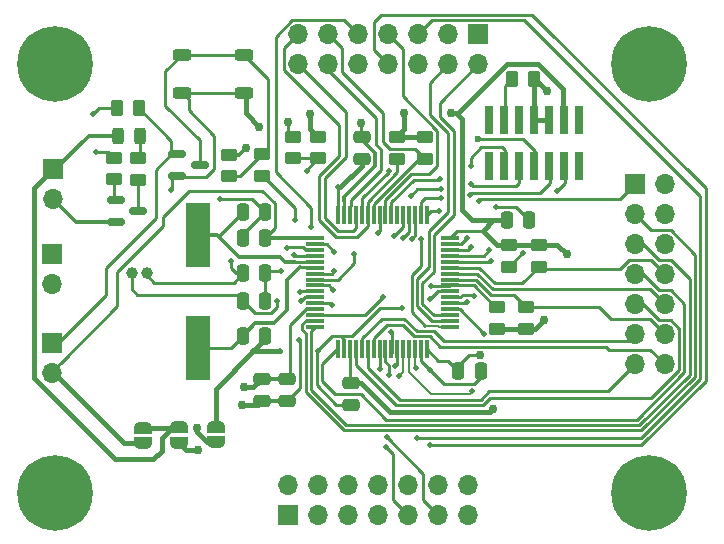
<source format=gbr>
%TF.GenerationSoftware,KiCad,Pcbnew,8.0.5*%
%TF.CreationDate,2024-12-07T09:48:31-05:00*%
%TF.ProjectId,stm32_lqfp64_test_board,73746d33-325f-46c7-9166-7036345f7465,1.1*%
%TF.SameCoordinates,Original*%
%TF.FileFunction,Copper,L1,Top*%
%TF.FilePolarity,Positive*%
%FSLAX46Y46*%
G04 Gerber Fmt 4.6, Leading zero omitted, Abs format (unit mm)*
G04 Created by KiCad (PCBNEW 8.0.5) date 2024-12-07 09:48:31*
%MOMM*%
%LPD*%
G01*
G04 APERTURE LIST*
G04 Aperture macros list*
%AMRoundRect*
0 Rectangle with rounded corners*
0 $1 Rounding radius*
0 $2 $3 $4 $5 $6 $7 $8 $9 X,Y pos of 4 corners*
0 Add a 4 corners polygon primitive as box body*
4,1,4,$2,$3,$4,$5,$6,$7,$8,$9,$2,$3,0*
0 Add four circle primitives for the rounded corners*
1,1,$1+$1,$2,$3*
1,1,$1+$1,$4,$5*
1,1,$1+$1,$6,$7*
1,1,$1+$1,$8,$9*
0 Add four rect primitives between the rounded corners*
20,1,$1+$1,$2,$3,$4,$5,0*
20,1,$1+$1,$4,$5,$6,$7,0*
20,1,$1+$1,$6,$7,$8,$9,0*
20,1,$1+$1,$8,$9,$2,$3,0*%
%AMFreePoly0*
4,1,19,0.500000,-0.750000,0.000000,-0.750000,0.000000,-0.744911,-0.071157,-0.744911,-0.207708,-0.704816,-0.327430,-0.627875,-0.420627,-0.520320,-0.479746,-0.390866,-0.500000,-0.250000,-0.500000,0.250000,-0.479746,0.390866,-0.420627,0.520320,-0.327430,0.627875,-0.207708,0.704816,-0.071157,0.744911,0.000000,0.744911,0.000000,0.750000,0.500000,0.750000,0.500000,-0.750000,0.500000,-0.750000,
$1*%
%AMFreePoly1*
4,1,19,0.000000,0.744911,0.071157,0.744911,0.207708,0.704816,0.327430,0.627875,0.420627,0.520320,0.479746,0.390866,0.500000,0.250000,0.500000,-0.250000,0.479746,-0.390866,0.420627,-0.520320,0.327430,-0.627875,0.207708,-0.704816,0.071157,-0.744911,0.000000,-0.744911,0.000000,-0.750000,-0.500000,-0.750000,-0.500000,0.750000,0.000000,0.750000,0.000000,0.744911,0.000000,0.744911,
$1*%
G04 Aperture macros list end*
%TA.AperFunction,SMDPad,CuDef*%
%ADD10RoundRect,0.250000X-0.450000X0.262500X-0.450000X-0.262500X0.450000X-0.262500X0.450000X0.262500X0*%
%TD*%
%TA.AperFunction,SMDPad,CuDef*%
%ADD11RoundRect,0.250000X0.262500X0.450000X-0.262500X0.450000X-0.262500X-0.450000X0.262500X-0.450000X0*%
%TD*%
%TA.AperFunction,SMDPad,CuDef*%
%ADD12RoundRect,0.250000X-0.250000X-0.475000X0.250000X-0.475000X0.250000X0.475000X-0.250000X0.475000X0*%
%TD*%
%TA.AperFunction,ComponentPad*%
%ADD13C,3.600000*%
%TD*%
%TA.AperFunction,ConnectorPad*%
%ADD14C,6.400000*%
%TD*%
%TA.AperFunction,SMDPad,CuDef*%
%ADD15RoundRect,0.150000X-0.587500X-0.150000X0.587500X-0.150000X0.587500X0.150000X-0.587500X0.150000X0*%
%TD*%
%TA.AperFunction,SMDPad,CuDef*%
%ADD16RoundRect,0.250000X-0.475000X0.250000X-0.475000X-0.250000X0.475000X-0.250000X0.475000X0.250000X0*%
%TD*%
%TA.AperFunction,ComponentPad*%
%ADD17R,1.700000X1.700000*%
%TD*%
%TA.AperFunction,ComponentPad*%
%ADD18O,1.700000X1.700000*%
%TD*%
%TA.AperFunction,SMDPad,CuDef*%
%ADD19RoundRect,0.075000X-0.700000X-0.075000X0.700000X-0.075000X0.700000X0.075000X-0.700000X0.075000X0*%
%TD*%
%TA.AperFunction,SMDPad,CuDef*%
%ADD20RoundRect,0.075000X-0.075000X-0.700000X0.075000X-0.700000X0.075000X0.700000X-0.075000X0.700000X0*%
%TD*%
%TA.AperFunction,SMDPad,CuDef*%
%ADD21R,0.740000X2.400000*%
%TD*%
%TA.AperFunction,SMDPad,CuDef*%
%ADD22RoundRect,0.250000X0.450000X-0.262500X0.450000X0.262500X-0.450000X0.262500X-0.450000X-0.262500X0*%
%TD*%
%TA.AperFunction,SMDPad,CuDef*%
%ADD23R,2.000000X5.500000*%
%TD*%
%TA.AperFunction,SMDPad,CuDef*%
%ADD24FreePoly0,90.000000*%
%TD*%
%TA.AperFunction,SMDPad,CuDef*%
%ADD25FreePoly1,90.000000*%
%TD*%
%TA.AperFunction,SMDPad,CuDef*%
%ADD26RoundRect,0.243750X0.243750X0.456250X-0.243750X0.456250X-0.243750X-0.456250X0.243750X-0.456250X0*%
%TD*%
%TA.AperFunction,SMDPad,CuDef*%
%ADD27RoundRect,0.250000X0.475000X-0.250000X0.475000X0.250000X-0.475000X0.250000X-0.475000X-0.250000X0*%
%TD*%
%TA.AperFunction,ComponentPad*%
%ADD28C,1.000000*%
%TD*%
%TA.AperFunction,SMDPad,CuDef*%
%ADD29RoundRect,0.250000X0.250000X0.475000X-0.250000X0.475000X-0.250000X-0.475000X0.250000X-0.475000X0*%
%TD*%
%TA.AperFunction,SMDPad,CuDef*%
%ADD30RoundRect,0.250000X-0.525000X-0.250000X0.525000X-0.250000X0.525000X0.250000X-0.525000X0.250000X0*%
%TD*%
%TA.AperFunction,ViaPad*%
%ADD31C,0.508000*%
%TD*%
%TA.AperFunction,ViaPad*%
%ADD32C,0.762000*%
%TD*%
%TA.AperFunction,ViaPad*%
%ADD33C,0.600000*%
%TD*%
%TA.AperFunction,Conductor*%
%ADD34C,0.254000*%
%TD*%
%TA.AperFunction,Conductor*%
%ADD35C,0.381000*%
%TD*%
%TA.AperFunction,Conductor*%
%ADD36C,0.304800*%
%TD*%
%TA.AperFunction,Conductor*%
%ADD37C,0.203200*%
%TD*%
G04 APERTURE END LIST*
D10*
%TO.P,R14,1*%
%TO.N,Net-(Q1-D)*%
X119354600Y-83820000D03*
%TO.P,R14,2*%
%TO.N,/nrst*%
X119354600Y-85645000D03*
%TD*%
D11*
%TO.P,R13,1*%
%TO.N,/reset*%
X108966000Y-79933800D03*
%TO.P,R13,2*%
%TO.N,VSS*%
X107141000Y-79933800D03*
%TD*%
D12*
%TO.P,C8,1*%
%TO.N,/OSC_OUT*%
X117730000Y-99190000D03*
%TO.P,C8,2*%
%TO.N,VSS*%
X119630000Y-99190000D03*
%TD*%
D13*
%TO.P,H3,1*%
%TO.N,N/C*%
X152146000Y-112500000D03*
D14*
X152146000Y-112500000D03*
%TD*%
D15*
%TO.P,Q2,1,B*%
%TO.N,Net-(Q2-B)*%
X107012500Y-87670600D03*
%TO.P,Q2,2,E*%
%TO.N,VSS*%
X107012500Y-89570600D03*
%TO.P,Q2,3,C*%
%TO.N,Net-(Q2-C)*%
X108887500Y-88620600D03*
%TD*%
D10*
%TO.P,R11,1*%
%TO.N,/PB8*%
X106857800Y-84128600D03*
%TO.P,R11,2*%
%TO.N,Net-(Q2-B)*%
X106857800Y-85953600D03*
%TD*%
D16*
%TO.P,C2,1*%
%TO.N,VDD*%
X126950000Y-103150000D03*
%TO.P,C2,2*%
%TO.N,VSS*%
X126950000Y-105050000D03*
%TD*%
D12*
%TO.P,C1,1*%
%TO.N,VDD*%
X135981400Y-102184200D03*
%TO.P,C1,2*%
%TO.N,VSS*%
X137881400Y-102184200D03*
%TD*%
D10*
%TO.P,R6,1*%
%TO.N,VDD*%
X140270000Y-91520000D03*
%TO.P,R6,2*%
%TO.N,/PA9*%
X140270000Y-93345000D03*
%TD*%
D17*
%TO.P,J9,1,Pin_1*%
%TO.N,/PB0*%
X137670000Y-73660000D03*
D18*
%TO.P,J9,2,Pin_2*%
%TO.N,/PB14*%
X137670000Y-76200000D03*
%TO.P,J9,3,Pin_3*%
%TO.N,/PB1*%
X135130000Y-73660000D03*
%TO.P,J9,4,Pin_4*%
%TO.N,/PB13*%
X135130000Y-76200000D03*
%TO.P,J9,5,Pin_5*%
%TO.N,/PB2*%
X132590000Y-73660000D03*
%TO.P,J9,6,Pin_6*%
%TO.N,/PB12*%
X132590000Y-76200000D03*
%TO.P,J9,7,Pin_7*%
%TO.N,/PB4*%
X130050000Y-73660000D03*
%TO.P,J9,8,Pin_8*%
%TO.N,/PB11*%
X130050000Y-76200000D03*
%TO.P,J9,9,Pin_9*%
%TO.N,/PB5*%
X127510000Y-73660000D03*
%TO.P,J9,10,Pin_10*%
%TO.N,/PB10*%
X127510000Y-76200000D03*
%TO.P,J9,11,Pin_11*%
%TO.N,/PB6*%
X124970000Y-73660000D03*
%TO.P,J9,12,Pin_12*%
%TO.N,/PB9*%
X124970000Y-76200000D03*
%TO.P,J9,13,Pin_13*%
%TO.N,/PB7*%
X122430000Y-73660000D03*
%TO.P,J9,14,Pin_14*%
%TO.N,/PB8*%
X122430000Y-76200000D03*
%TD*%
D19*
%TO.P,U1,1,VBAT*%
%TO.N,/VBAT*%
X123905000Y-90925000D03*
%TO.P,U1,2,PC13*%
%TO.N,/PC13*%
X123905000Y-91425000D03*
%TO.P,U1,3,PC14*%
%TO.N,/OSC32_IN*%
X123905000Y-91925000D03*
%TO.P,U1,4,PC15*%
%TO.N,/OSC32_OUT*%
X123905000Y-92425000D03*
%TO.P,U1,5,PF0*%
%TO.N,/OSC_IN*%
X123905000Y-92925000D03*
%TO.P,U1,6,PF1*%
%TO.N,/OSC_OUT*%
X123905000Y-93425000D03*
%TO.P,U1,7,NRST*%
%TO.N,/nrst*%
X123905000Y-93925000D03*
%TO.P,U1,8,PC0*%
%TO.N,/PC0*%
X123905000Y-94425000D03*
%TO.P,U1,9,PC1*%
%TO.N,/PC1*%
X123905000Y-94925000D03*
%TO.P,U1,10,PC2*%
%TO.N,/PC2*%
X123905000Y-95425000D03*
%TO.P,U1,11,PC3*%
%TO.N,/PC3*%
X123905000Y-95925000D03*
%TO.P,U1,12,VSSA*%
%TO.N,VSSA*%
X123905000Y-96425000D03*
%TO.P,U1,13,VDDA*%
%TO.N,VDDA*%
X123905000Y-96925000D03*
%TO.P,U1,14,PA0*%
%TO.N,/PA0*%
X123905000Y-97425000D03*
%TO.P,U1,15,PA1*%
%TO.N,/PA1*%
X123905000Y-97925000D03*
%TO.P,U1,16,PA2*%
%TO.N,/PA2*%
X123905000Y-98425000D03*
D20*
%TO.P,U1,17,PA3*%
%TO.N,/PA3*%
X125830000Y-100350000D03*
%TO.P,U1,18,VSS*%
%TO.N,VSS*%
X126330000Y-100350000D03*
%TO.P,U1,19,VDD*%
%TO.N,VDD*%
X126830000Y-100350000D03*
%TO.P,U1,20,PA4*%
%TO.N,/PA4*%
X127330000Y-100350000D03*
%TO.P,U1,21,PA5*%
%TO.N,/PA5*%
X127830000Y-100350000D03*
%TO.P,U1,22,PA6*%
%TO.N,/PA6*%
X128330000Y-100350000D03*
%TO.P,U1,23,PA7*%
%TO.N,/PA7*%
X128830000Y-100350000D03*
%TO.P,U1,24,PC4*%
%TO.N,/PC4*%
X129330000Y-100350000D03*
%TO.P,U1,25,PC5*%
%TO.N,/PC5*%
X129830000Y-100350000D03*
%TO.P,U1,26,PB0*%
%TO.N,/PB0*%
X130330000Y-100350000D03*
%TO.P,U1,27,PB1*%
%TO.N,/PB1*%
X130830000Y-100350000D03*
%TO.P,U1,28,PB2*%
%TO.N,/PB2*%
X131330000Y-100350000D03*
%TO.P,U1,29,PB10*%
%TO.N,/PB10*%
X131830000Y-100350000D03*
%TO.P,U1,30,PB11*%
%TO.N,/PB11*%
X132330000Y-100350000D03*
%TO.P,U1,31,VSS*%
%TO.N,VSS*%
X132830000Y-100350000D03*
%TO.P,U1,32,VDD*%
%TO.N,VDD*%
X133330000Y-100350000D03*
D19*
%TO.P,U1,33,PB12*%
%TO.N,/PB12*%
X135255000Y-98425000D03*
%TO.P,U1,34,PB13*%
%TO.N,/PB13*%
X135255000Y-97925000D03*
%TO.P,U1,35,PB14*%
%TO.N,/PB14*%
X135255000Y-97425000D03*
%TO.P,U1,36,PB15*%
%TO.N,/PB15*%
X135255000Y-96925000D03*
%TO.P,U1,37,PC6*%
%TO.N,/PC6*%
X135255000Y-96425000D03*
%TO.P,U1,38,PC7*%
%TO.N,/PC7*%
X135255000Y-95925000D03*
%TO.P,U1,39,PC8*%
%TO.N,/PC8*%
X135255000Y-95425000D03*
%TO.P,U1,40,PC9*%
%TO.N,/PC9*%
X135255000Y-94925000D03*
%TO.P,U1,41,PA8*%
%TO.N,/PA8*%
X135255000Y-94425000D03*
%TO.P,U1,42,PA9*%
%TO.N,/PA9*%
X135255000Y-93925000D03*
%TO.P,U1,43,PA10*%
%TO.N,/PA10*%
X135255000Y-93425000D03*
%TO.P,U1,44,PA11*%
%TO.N,/PA11*%
X135255000Y-92925000D03*
%TO.P,U1,45,PA12*%
%TO.N,/PA12*%
X135255000Y-92425000D03*
%TO.P,U1,46,PA13*%
%TO.N,/SYS_JTMS-SWDIO*%
X135255000Y-91925000D03*
%TO.P,U1,47,VSS*%
%TO.N,VSS*%
X135255000Y-91425000D03*
%TO.P,U1,48,VDD*%
%TO.N,VDD*%
X135255000Y-90925000D03*
D20*
%TO.P,U1,49,PA14*%
%TO.N,/SYS_JTCK-SWCLK*%
X133330000Y-89000000D03*
%TO.P,U1,50,PA15*%
%TO.N,/SYS_JTDI*%
X132830000Y-89000000D03*
%TO.P,U1,51,PC10*%
%TO.N,/PC10*%
X132330000Y-89000000D03*
%TO.P,U1,52,PC11*%
%TO.N,/PC11*%
X131830000Y-89000000D03*
%TO.P,U1,53,PC12*%
%TO.N,/PC12*%
X131330000Y-89000000D03*
%TO.P,U1,54,PD2*%
%TO.N,/PD2*%
X130830000Y-89000000D03*
%TO.P,U1,55,PB3*%
%TO.N,/SYS_JTDO-TRACESWO*%
X130330000Y-89000000D03*
%TO.P,U1,56,PB4*%
%TO.N,/PB4*%
X129830000Y-89000000D03*
%TO.P,U1,57,PB5*%
%TO.N,/PB5*%
X129330000Y-89000000D03*
%TO.P,U1,58,PB6*%
%TO.N,/PB6*%
X128830000Y-89000000D03*
%TO.P,U1,59,PB7*%
%TO.N,/PB7*%
X128330000Y-89000000D03*
%TO.P,U1,60,BOOT0*%
%TO.N,Net-(U1-BOOT0)*%
X127830000Y-89000000D03*
%TO.P,U1,61,PB8*%
%TO.N,/PB8*%
X127330000Y-89000000D03*
%TO.P,U1,62,PB9*%
%TO.N,/PB9*%
X126830000Y-89000000D03*
%TO.P,U1,63,VSS*%
%TO.N,VSS*%
X126330000Y-89000000D03*
%TO.P,U1,64,VDD*%
%TO.N,VDD*%
X125830000Y-89000000D03*
%TD*%
D21*
%TO.P,J4,1,Pin_1*%
%TO.N,unconnected-(J4-Pin_1-Pad1)*%
X146177000Y-80936000D03*
%TO.P,J4,2,Pin_2*%
%TO.N,unconnected-(J4-Pin_2-Pad2)*%
X146177000Y-84836000D03*
%TO.P,J4,3,Pin_3*%
%TO.N,VDD*%
X144907000Y-80936000D03*
%TO.P,J4,4,Pin_4*%
%TO.N,/SYS_JTMS-SWDIO*%
X144907000Y-84836000D03*
%TO.P,J4,5,Pin_5*%
%TO.N,VSS*%
X143637000Y-80936000D03*
%TO.P,J4,6,Pin_6*%
%TO.N,/SYS_JTCK-SWCLK*%
X143637000Y-84836000D03*
%TO.P,J4,7,Pin_7*%
%TO.N,VSS*%
X142367000Y-80936000D03*
%TO.P,J4,8,Pin_8*%
%TO.N,/SYS_JTDO-TRACESWO*%
X142367000Y-84836000D03*
%TO.P,J4,9,Pin_9*%
%TO.N,unconnected-(J4-Pin_9-Pad9)*%
X141097000Y-80936000D03*
%TO.P,J4,10,Pin_10*%
%TO.N,/SYS_JTDI*%
X141097000Y-84836000D03*
%TO.P,J4,11,Pin_11*%
%TO.N,Net-(J4-Pin_11)*%
X139827000Y-80936000D03*
%TO.P,J4,12,Pin_12*%
%TO.N,/nrst*%
X139827000Y-84836000D03*
%TO.P,J4,13,Pin_13*%
%TO.N,unconnected-(J4-Pin_13-Pad13)*%
X138557000Y-80936000D03*
%TO.P,J4,14,Pin_14*%
%TO.N,unconnected-(J4-Pin_14-Pad14)*%
X138557000Y-84836000D03*
%TD*%
D22*
%TO.P,R2,1*%
%TO.N,Net-(U1-BOOT0)*%
X122020000Y-84162500D03*
%TO.P,R2,2*%
%TO.N,VSS*%
X122020000Y-82337500D03*
%TD*%
D10*
%TO.P,R1,1*%
%TO.N,VDD*%
X116560600Y-83845400D03*
%TO.P,R1,2*%
%TO.N,Net-(Q1-D)*%
X116560600Y-85670400D03*
%TD*%
D23*
%TO.P,Y1,1,1*%
%TO.N,/OSC_OUT*%
X113920000Y-100200000D03*
%TO.P,Y1,2,2*%
%TO.N,/OSC_IN*%
X113925000Y-90645000D03*
%TD*%
D24*
%TO.P,JP1,1,A*%
%TO.N,VSSA*%
X115440000Y-108200000D03*
D25*
%TO.P,JP1,2,B*%
%TO.N,VSS*%
X115440000Y-106900000D03*
%TD*%
D13*
%TO.P,H4,1*%
%TO.N,N/C*%
X152146000Y-76200000D03*
D14*
X152146000Y-76200000D03*
%TD*%
D12*
%TO.P,C4,1*%
%TO.N,VDD*%
X140080000Y-89390000D03*
%TO.P,C4,2*%
%TO.N,VSS*%
X141980000Y-89390000D03*
%TD*%
D10*
%TO.P,R5,1*%
%TO.N,VDD*%
X130800000Y-82360000D03*
%TO.P,R5,2*%
%TO.N,/PB7*%
X130800000Y-84185000D03*
%TD*%
D16*
%TO.P,C7,1*%
%TO.N,VDDA*%
X119340000Y-102840000D03*
%TO.P,C7,2*%
%TO.N,VSSA*%
X119340000Y-104740000D03*
%TD*%
D26*
%TO.P,D1,1,K*%
%TO.N,Net-(D1-K)*%
X109042200Y-82245200D03*
%TO.P,D1,2,A*%
%TO.N,VDD*%
X107167200Y-82245200D03*
%TD*%
D22*
%TO.P,R12,1*%
%TO.N,Net-(Q2-C)*%
X108889800Y-85979000D03*
%TO.P,R12,2*%
%TO.N,Net-(D1-K)*%
X108889800Y-84154000D03*
%TD*%
D10*
%TO.P,R4,1*%
%TO.N,VDD*%
X133185000Y-82362500D03*
%TO.P,R4,2*%
%TO.N,/PB6*%
X133185000Y-84187500D03*
%TD*%
D12*
%TO.P,C9,1*%
%TO.N,/OSC32_IN*%
X117770000Y-93910000D03*
%TO.P,C9,2*%
%TO.N,VSS*%
X119670000Y-93910000D03*
%TD*%
D22*
%TO.P,R9,1*%
%TO.N,VDD*%
X139310000Y-98575000D03*
%TO.P,R9,2*%
%TO.N,/PC9*%
X139310000Y-96750000D03*
%TD*%
D27*
%TO.P,C3,1*%
%TO.N,VDD*%
X127820000Y-84260000D03*
%TO.P,C3,2*%
%TO.N,VSS*%
X127820000Y-82360000D03*
%TD*%
D17*
%TO.P,J10,1,Pin_1*%
%TO.N,/PA0*%
X150950000Y-86370000D03*
D18*
%TO.P,J10,2,Pin_2*%
%TO.N,/PB15*%
X153490000Y-86370000D03*
%TO.P,J10,3,Pin_3*%
%TO.N,/PA1*%
X150950000Y-88910000D03*
%TO.P,J10,4,Pin_4*%
%TO.N,/PA12*%
X153490000Y-88910000D03*
%TO.P,J10,5,Pin_5*%
%TO.N,/PA2*%
X150950000Y-91450000D03*
%TO.P,J10,6,Pin_6*%
%TO.N,/PA11*%
X153490000Y-91450000D03*
%TO.P,J10,7,Pin_7*%
%TO.N,/PA3*%
X150950000Y-93990000D03*
%TO.P,J10,8,Pin_8*%
%TO.N,/PA10*%
X153490000Y-93990000D03*
%TO.P,J10,9,Pin_9*%
%TO.N,/PA4*%
X150950000Y-96530000D03*
%TO.P,J10,10,Pin_10*%
%TO.N,/PA9*%
X153490000Y-96530000D03*
%TO.P,J10,11,Pin_11*%
%TO.N,/PA5*%
X150950000Y-99070000D03*
%TO.P,J10,12,Pin_12*%
%TO.N,/PA8*%
X153490000Y-99070000D03*
%TO.P,J10,13,Pin_13*%
%TO.N,/PA6*%
X150950000Y-101610000D03*
%TO.P,J10,14,Pin_14*%
%TO.N,/PA7*%
X153490000Y-101610000D03*
%TD*%
D28*
%TO.P,Y2,1,1*%
%TO.N,/OSC32_OUT*%
X108342500Y-93860000D03*
%TO.P,Y2,2,2*%
%TO.N,/OSC32_IN*%
X109612500Y-93870000D03*
%TD*%
D15*
%TO.P,Q1,1,G*%
%TO.N,/reset*%
X112219500Y-83795700D03*
%TO.P,Q1,2,S*%
%TO.N,VSS*%
X112219500Y-85695700D03*
%TO.P,Q1,3,D*%
%TO.N,Net-(Q1-D)*%
X114094500Y-84745700D03*
%TD*%
D10*
%TO.P,R3,1*%
%TO.N,VDD*%
X124120000Y-82350000D03*
%TO.P,R3,2*%
%TO.N,Net-(U1-BOOT0)*%
X124120000Y-84175000D03*
%TD*%
D17*
%TO.P,J2,1,Pin_1*%
%TO.N,VDDA*%
X101600000Y-92285000D03*
D18*
%TO.P,J2,2,Pin_2*%
%TO.N,VSSA*%
X101600000Y-94825000D03*
%TD*%
D17*
%TO.P,J8,1,Pin_1*%
%TO.N,/PC0*%
X121590000Y-114390000D03*
D18*
%TO.P,J8,2,Pin_2*%
%TO.N,/PC13*%
X121590000Y-111850000D03*
%TO.P,J8,3,Pin_3*%
%TO.N,/PC1*%
X124130000Y-114390000D03*
%TO.P,J8,4,Pin_4*%
%TO.N,/PC12*%
X124130000Y-111850000D03*
%TO.P,J8,5,Pin_5*%
%TO.N,/PC2*%
X126670000Y-114390000D03*
%TO.P,J8,6,Pin_6*%
%TO.N,/PC11*%
X126670000Y-111850000D03*
%TO.P,J8,7,Pin_7*%
%TO.N,/PC3*%
X129210000Y-114390000D03*
%TO.P,J8,8,Pin_8*%
%TO.N,/PC10*%
X129210000Y-111850000D03*
%TO.P,J8,9,Pin_9*%
%TO.N,/PC4*%
X131750000Y-114390000D03*
%TO.P,J8,10,Pin_10*%
%TO.N,/PC9*%
X131750000Y-111850000D03*
%TO.P,J8,11,Pin_11*%
%TO.N,/PC5*%
X134290000Y-114390000D03*
%TO.P,J8,12,Pin_12*%
%TO.N,/PC8*%
X134290000Y-111850000D03*
%TO.P,J8,13,Pin_13*%
%TO.N,/PC6*%
X136830000Y-114390000D03*
%TO.P,J8,14,Pin_14*%
%TO.N,/PC7*%
X136830000Y-111850000D03*
%TD*%
D29*
%TO.P,C11,1*%
%TO.N,/VBAT*%
X119660000Y-90880000D03*
%TO.P,C11,2*%
%TO.N,VSS*%
X117760000Y-90880000D03*
%TD*%
D16*
%TO.P,C6,1*%
%TO.N,VDDA*%
X121480000Y-102840000D03*
%TO.P,C6,2*%
%TO.N,VSSA*%
X121480000Y-104740000D03*
%TD*%
D10*
%TO.P,R7,1*%
%TO.N,VDD*%
X142810000Y-91520000D03*
%TO.P,R7,2*%
%TO.N,/PA10*%
X142810000Y-93345000D03*
%TD*%
D30*
%TO.P,SW1,1,1*%
%TO.N,Net-(Q1-D)*%
X112614800Y-75400000D03*
%TO.P,SW1,2,2*%
X117864800Y-75400000D03*
%TO.P,SW1,3,K*%
%TO.N,VSS*%
X112614800Y-78600000D03*
%TO.P,SW1,4,A*%
X117864800Y-78600000D03*
%TD*%
D24*
%TO.P,JP2,1,A*%
%TO.N,VDDA*%
X112310000Y-108250000D03*
D25*
%TO.P,JP2,2,B*%
%TO.N,VDD*%
X112310000Y-106950000D03*
%TD*%
D12*
%TO.P,C5,1*%
%TO.N,/OSC_IN*%
X117750000Y-88690000D03*
%TO.P,C5,2*%
%TO.N,VSS*%
X119650000Y-88690000D03*
%TD*%
D24*
%TO.P,JP3,1,A*%
%TO.N,/VBAT*%
X109270000Y-108270000D03*
D25*
%TO.P,JP3,2,B*%
%TO.N,VDD*%
X109270000Y-106970000D03*
%TD*%
D13*
%TO.P,H2,1*%
%TO.N,N/C*%
X101854000Y-112522000D03*
D14*
X101854000Y-112522000D03*
%TD*%
D12*
%TO.P,C10,1*%
%TO.N,/OSC32_OUT*%
X117740000Y-96210000D03*
%TO.P,C10,2*%
%TO.N,VSS*%
X119640000Y-96210000D03*
%TD*%
D22*
%TO.P,R8,1*%
%TO.N,VDD*%
X141740000Y-98575000D03*
%TO.P,R8,2*%
%TO.N,/PA8*%
X141740000Y-96750000D03*
%TD*%
D11*
%TO.P,R10,1*%
%TO.N,VSS*%
X142390500Y-77470000D03*
%TO.P,R10,2*%
%TO.N,Net-(J4-Pin_11)*%
X140565500Y-77470000D03*
%TD*%
D17*
%TO.P,J3,1,Pin_1*%
%TO.N,/reset*%
X101600000Y-99796600D03*
D18*
%TO.P,J3,2,Pin_2*%
%TO.N,/VBAT*%
X101600000Y-102336600D03*
%TD*%
D13*
%TO.P,H1,1*%
%TO.N,N/C*%
X101854000Y-76200000D03*
D14*
X101854000Y-76200000D03*
%TD*%
D17*
%TO.P,J1,1,Pin_1*%
%TO.N,VDD*%
X101700000Y-85085000D03*
D18*
%TO.P,J1,2,Pin_2*%
%TO.N,VSS*%
X101700000Y-87625000D03*
%TD*%
D31*
%TO.N,VSS*%
X105079800Y-80416400D03*
D32*
X127770000Y-81150000D03*
D31*
X136770000Y-90870000D03*
X133560000Y-102090000D03*
D32*
X121580000Y-81090000D03*
D31*
X139192000Y-88265000D03*
D32*
X119100600Y-81483200D03*
X143510000Y-78486000D03*
D31*
X120960000Y-93740000D03*
X120880000Y-100490000D03*
X111690000Y-86830000D03*
X115840000Y-87570000D03*
X131260000Y-96830000D03*
X118640000Y-100480000D03*
X124155200Y-100482400D03*
D32*
%TO.N,VDD*%
X123460000Y-80420000D03*
X137871200Y-100838000D03*
X145161200Y-92303800D03*
X131440000Y-80360000D03*
X117983000Y-83286600D03*
X138930000Y-105390000D03*
X135420000Y-80290000D03*
X143220000Y-97820000D03*
D31*
X125830000Y-86614000D03*
D32*
%TO.N,VDDA*%
X113930000Y-108890000D03*
X117868000Y-103560000D03*
%TO.N,VSSA*%
X117670000Y-105030000D03*
X113850000Y-106960000D03*
D31*
X125270000Y-96600000D03*
X122504200Y-99568000D03*
%TO.N,/OSC32_IN*%
X116720000Y-92850000D03*
X121460000Y-91740000D03*
%TO.N,/OSC32_OUT*%
X120610000Y-96220000D03*
X122075726Y-92316200D03*
%TO.N,Net-(U1-BOOT0)*%
X123180000Y-85230000D03*
X130098800Y-85217000D03*
%TO.N,/PA9*%
X141510000Y-92220000D03*
%TO.N,/PC9*%
X133680000Y-94940000D03*
%TO.N,/PB2*%
X131010000Y-102580000D03*
X132490000Y-107810000D03*
%TO.N,/PB0*%
X130330000Y-98900000D03*
%TO.N,/PC8*%
X133630000Y-96040000D03*
%TO.N,/PC1*%
X125395000Y-95285000D03*
%TO.N,/PC4*%
X129405000Y-101985000D03*
X129890000Y-108640000D03*
%TO.N,/PC2*%
X122590000Y-95510000D03*
%TO.N,/PC3*%
X122635830Y-96285830D03*
%TO.N,/PB15*%
X138176000Y-99050000D03*
%TO.N,/PB10*%
X137193400Y-103903400D03*
%TO.N,/PA0*%
X137731500Y-87820500D03*
X129630000Y-95880000D03*
%TO.N,/SYS_JTDI*%
X137033000Y-86360000D03*
X134493000Y-87503000D03*
%TO.N,/PC11*%
X131330000Y-90870000D03*
%TO.N,/PB11*%
X132385600Y-101960000D03*
X133600000Y-108425600D03*
%TO.N,/PC12*%
X130530000Y-90750000D03*
%TO.N,/PC5*%
X130090000Y-102540000D03*
X129928343Y-107770000D03*
%TO.N,/SYS_JTCK-SWCLK*%
X134366000Y-88646000D03*
X136969500Y-87312500D03*
%TO.N,/PC10*%
X132065830Y-90955830D03*
%TO.N,/PC13*%
X125505000Y-92085000D03*
%TO.N,/PB8*%
X105333800Y-83591400D03*
%TO.N,/PB12*%
X132841802Y-90966653D03*
%TO.N,/PC7*%
X137341000Y-95791000D03*
%TO.N,/PB5*%
X123530000Y-90010000D03*
X129170000Y-90520000D03*
D33*
%TO.N,/SYS_JTDO-TRACESWO*%
X137668000Y-82550000D03*
D31*
X134416800Y-85928200D03*
%TO.N,/PB1*%
X130671000Y-101780945D03*
%TO.N,/PA12*%
X138633200Y-91922600D03*
%TO.N,/PC6*%
X136760000Y-96344000D03*
%TO.N,/SYS_JTMS-SWDIO*%
X144335500Y-86931500D03*
X137083800Y-91694000D03*
%TO.N,/PA11*%
X138772900Y-92824300D03*
%TO.N,/PC0*%
X127152400Y-92278200D03*
%TO.N,/nrst*%
X125480000Y-93730000D03*
X134493000Y-86795000D03*
X131953000Y-87376000D03*
X137033000Y-84836000D03*
X122170000Y-89420000D03*
%TD*%
D34*
%TO.N,VSS*%
X105562400Y-79933800D02*
X105079800Y-80416400D01*
X107141000Y-79933800D02*
X105562400Y-79933800D01*
%TO.N,/reset*%
X108966000Y-79933800D02*
X111704300Y-82672100D01*
X111704300Y-82672100D02*
X111704300Y-83795700D01*
%TO.N,Net-(Q1-D)*%
X117864800Y-75400000D02*
X119913400Y-77448600D01*
X119913400Y-77448600D02*
X119913400Y-83261200D01*
X119913400Y-83261200D02*
X119354600Y-83820000D01*
D35*
%TO.N,VSS*%
X117983000Y-80365600D02*
X117983000Y-78663800D01*
X117983000Y-78663800D02*
X117919200Y-78600000D01*
X119100600Y-81483200D02*
X117983000Y-80365600D01*
X117919200Y-78600000D02*
X117864800Y-78600000D01*
D34*
%TO.N,/nrst*%
X119354600Y-85645000D02*
X119455000Y-85645000D01*
X119455000Y-85645000D02*
X122170000Y-88360000D01*
%TO.N,Net-(Q1-D)*%
X116560600Y-85670400D02*
X117504200Y-85670400D01*
X117504200Y-85670400D02*
X119354600Y-83820000D01*
%TO.N,VSS*%
X124002800Y-103378000D02*
X125674800Y-105050000D01*
X124002800Y-100634800D02*
X124002800Y-103378000D01*
X112614800Y-78600000D02*
X113157000Y-79142200D01*
X121580000Y-81090000D02*
X121580000Y-81897500D01*
X119670000Y-96180000D02*
X119640000Y-96210000D01*
X117940000Y-90400000D02*
X119650000Y-88690000D01*
X119630000Y-99490000D02*
X119630000Y-99190000D01*
X142390500Y-80832500D02*
X142494000Y-80936000D01*
D35*
X115440000Y-106900000D02*
X115440000Y-103680000D01*
D34*
X120870000Y-100480000D02*
X120880000Y-100490000D01*
X119670000Y-93910000D02*
X119670000Y-96180000D01*
X121580000Y-81897500D02*
X122020000Y-82337500D01*
X117920000Y-90400000D02*
X117940000Y-90400000D01*
X131260000Y-96830000D02*
X131250000Y-96840000D01*
X132830000Y-101360000D02*
X133560000Y-102090000D01*
X142390500Y-77470000D02*
X142494000Y-77470000D01*
D35*
X142494000Y-77470000D02*
X143510000Y-78486000D01*
D34*
X136215000Y-91425000D02*
X136770000Y-90870000D01*
D36*
X128905000Y-83685000D02*
X127820000Y-82600000D01*
D34*
X114655600Y-85725000D02*
X111760000Y-85725000D01*
X115341400Y-82296000D02*
X115341400Y-85039200D01*
D36*
X126330000Y-87780000D02*
X126330000Y-87411000D01*
D34*
X124155200Y-100482400D02*
X124002800Y-100634800D01*
X117864800Y-78600000D02*
X117851800Y-78613000D01*
X127820000Y-82600000D02*
X127820000Y-82360000D01*
D35*
X142494000Y-80936000D02*
X143764000Y-80936000D01*
D34*
X133586000Y-102090000D02*
X133560000Y-102090000D01*
X126073592Y-99248000D02*
X126330000Y-99504408D01*
X125674800Y-105050000D02*
X126950000Y-105050000D01*
X139192000Y-88265000D02*
X140855000Y-88265000D01*
X115840000Y-87570000D02*
X118530000Y-87570000D01*
X113157000Y-79142200D02*
X113157000Y-80111600D01*
X127770000Y-82310000D02*
X127820000Y-82360000D01*
X111760000Y-85725000D02*
X111760000Y-86760000D01*
X115341400Y-85039200D02*
X114655600Y-85725000D01*
X135255000Y-91425000D02*
X136215000Y-91425000D01*
X137860000Y-102760000D02*
X137360000Y-103260000D01*
D35*
X142390500Y-77470000D02*
X142390500Y-80832500D01*
D36*
X128905000Y-84836000D02*
X128905000Y-83685000D01*
D34*
X137360000Y-103260000D02*
X134756000Y-103260000D01*
X111760000Y-86760000D02*
X111690000Y-86830000D01*
X120960000Y-93740000D02*
X119840000Y-93740000D01*
D35*
X118640000Y-100480000D02*
X120870000Y-100480000D01*
X115440000Y-103680000D02*
X118640000Y-100480000D01*
D34*
X129390000Y-96850000D02*
X126992000Y-99248000D01*
X125586408Y-99248000D02*
X126073592Y-99248000D01*
X117760000Y-90560000D02*
X117920000Y-90400000D01*
X125265592Y-99248000D02*
X124155200Y-100358392D01*
D36*
X103645600Y-89570600D02*
X107012500Y-89570600D01*
D34*
X112627800Y-78613000D02*
X112614800Y-78600000D01*
X113157000Y-80111600D02*
X115341400Y-82296000D01*
X131250000Y-96850000D02*
X129390000Y-96850000D01*
D36*
X126330000Y-87411000D02*
X128905000Y-84836000D01*
X101700000Y-87625000D02*
X103645600Y-89570600D01*
D34*
X126330000Y-99504408D02*
X126330000Y-100350000D01*
X134756000Y-103260000D02*
X133586000Y-102090000D01*
X132830000Y-100350000D02*
X132830000Y-101360000D01*
X131250000Y-96840000D02*
X131250000Y-96850000D01*
X117851800Y-78613000D02*
X112627800Y-78613000D01*
X127770000Y-81150000D02*
X127770000Y-82310000D01*
X126992000Y-99248000D02*
X125265592Y-99248000D01*
X140855000Y-88265000D02*
X141980000Y-89390000D01*
X119840000Y-93740000D02*
X119670000Y-93910000D01*
X126330000Y-89000000D02*
X126330000Y-87780000D01*
X118530000Y-87570000D02*
X119650000Y-88690000D01*
D35*
X118640000Y-100480000D02*
X119630000Y-99490000D01*
D34*
X137860000Y-101800000D02*
X137860000Y-102760000D01*
X117760000Y-90880000D02*
X117760000Y-90560000D01*
D35*
%TO.N,VDD*%
X133182500Y-82360000D02*
X133185000Y-82362500D01*
X138693200Y-105613200D02*
X138700000Y-105620000D01*
D34*
X135981400Y-102184200D02*
X135087200Y-101290000D01*
D35*
X131440000Y-81720000D02*
X130800000Y-82360000D01*
D36*
X117424200Y-83845400D02*
X116560600Y-83845400D01*
D35*
X144881600Y-78333600D02*
X142748000Y-76200000D01*
D36*
X101700000Y-85085000D02*
X101884400Y-85085000D01*
X104724200Y-82245200D02*
X107167200Y-82245200D01*
D34*
X136922000Y-100838000D02*
X135981400Y-101778600D01*
D36*
X117983000Y-83286600D02*
X117424200Y-83845400D01*
D35*
X137142000Y-89390000D02*
X138963400Y-89390000D01*
X142748000Y-76200000D02*
X140081000Y-76200000D01*
X139272000Y-91520000D02*
X140270000Y-91520000D01*
D36*
X101884400Y-85085000D02*
X104724200Y-82245200D01*
D35*
X135991000Y-80290000D02*
X135420000Y-80290000D01*
D34*
X138700000Y-105620000D02*
X138930000Y-105390000D01*
D35*
X110129363Y-109661500D02*
X110870000Y-108920863D01*
X130800000Y-82360000D02*
X133182500Y-82360000D01*
X138073400Y-90321400D02*
X139272000Y-91520000D01*
X126950000Y-103150000D02*
X127762600Y-103150000D01*
D34*
X134270000Y-101290000D02*
X134391400Y-101290000D01*
X135255000Y-90925000D02*
X135900000Y-90280000D01*
D35*
X143220000Y-97820000D02*
X142465000Y-98575000D01*
X130225800Y-105613200D02*
X138693200Y-105613200D01*
X144377400Y-91520000D02*
X142810000Y-91520000D01*
X111800677Y-106950000D02*
X112310000Y-106950000D01*
D34*
X125830000Y-86614000D02*
X125830000Y-89000000D01*
D35*
X125830000Y-86614000D02*
X125986000Y-86614000D01*
X123460000Y-81690000D02*
X124120000Y-82350000D01*
D36*
X127820000Y-84260000D02*
X127620000Y-84260000D01*
D35*
X127762600Y-103150000D02*
X130225800Y-105613200D01*
X100090000Y-86695000D02*
X100090000Y-102786666D01*
X101700000Y-85085000D02*
X100090000Y-86695000D01*
D34*
X126830000Y-103030000D02*
X126950000Y-103150000D01*
D35*
X145161200Y-92303800D02*
X144377400Y-91520000D01*
X135420000Y-80290000D02*
X135763600Y-80290000D01*
X106964834Y-109661500D02*
X110129363Y-109661500D01*
X138073400Y-90280000D02*
X138963400Y-89390000D01*
X136271000Y-80797400D02*
X136271000Y-88519000D01*
D34*
X138736673Y-98703327D02*
X138865000Y-98575000D01*
D35*
X135763600Y-80290000D02*
X136271000Y-80797400D01*
D34*
X135900000Y-90280000D02*
X138073400Y-90280000D01*
D35*
X136271000Y-88519000D02*
X137142000Y-89390000D01*
X109280000Y-107000000D02*
X112300000Y-107000000D01*
D34*
X137871200Y-100838000D02*
X136922000Y-100838000D01*
D35*
X140270000Y-91520000D02*
X142810000Y-91520000D01*
D34*
X138865000Y-98575000D02*
X139310000Y-98575000D01*
X141705000Y-98610000D02*
X141740000Y-98575000D01*
D35*
X127820000Y-84780000D02*
X127820000Y-84260000D01*
X140081000Y-76200000D02*
X135991000Y-80290000D01*
X138963400Y-89390000D02*
X140080000Y-89390000D01*
X123460000Y-80420000D02*
X123460000Y-81690000D01*
X131440000Y-80360000D02*
X131440000Y-81720000D01*
X110870000Y-107880677D02*
X111800677Y-106950000D01*
X144881600Y-80783600D02*
X144881600Y-78333600D01*
X142465000Y-98575000D02*
X141740000Y-98575000D01*
D34*
X133330000Y-100350000D02*
X134270000Y-101290000D01*
X135981400Y-101778600D02*
X135981400Y-102184200D01*
X126830000Y-100350000D02*
X126830000Y-103030000D01*
X135087200Y-101290000D02*
X134391400Y-101290000D01*
D35*
X110870000Y-108920863D02*
X110870000Y-107880677D01*
D34*
X138073400Y-90280000D02*
X138073400Y-90321400D01*
D35*
X139310000Y-98575000D02*
X141740000Y-98575000D01*
X100090000Y-102786666D02*
X106964834Y-109661500D01*
X125986000Y-86614000D02*
X127820000Y-84780000D01*
D36*
%TO.N,/OSC_IN*%
X120880000Y-92480000D02*
X121322600Y-92922600D01*
D34*
X122194626Y-92922600D02*
X123905000Y-92922600D01*
D36*
X121322600Y-92922600D02*
X122194626Y-92922600D01*
D34*
X115795000Y-90645000D02*
X117750000Y-88690000D01*
D36*
X115605000Y-90645000D02*
X117440000Y-92480000D01*
X117440000Y-92480000D02*
X120880000Y-92480000D01*
X113925000Y-90645000D02*
X115605000Y-90645000D01*
D34*
X113925000Y-90645000D02*
X115795000Y-90645000D01*
D35*
%TO.N,VDDA*%
X112950000Y-108890000D02*
X112310000Y-108250000D01*
X113930000Y-108890000D02*
X112950000Y-108890000D01*
D34*
X121670000Y-102650000D02*
X121480000Y-102840000D01*
X121716800Y-98267608D02*
X123059408Y-96925000D01*
X121716800Y-102603200D02*
X121716800Y-98267608D01*
D36*
X119340000Y-102840000D02*
X121480000Y-102840000D01*
D34*
X121480000Y-102840000D02*
X121716800Y-102603200D01*
D35*
X118620000Y-103560000D02*
X119340000Y-102840000D01*
X117868000Y-103560000D02*
X118620000Y-103560000D01*
D34*
X123059408Y-96925000D02*
X123905000Y-96925000D01*
%TO.N,VSSA*%
X122580400Y-99644200D02*
X122580400Y-103639600D01*
D35*
X113850000Y-107365000D02*
X113850000Y-106960000D01*
X119050000Y-105030000D02*
X119340000Y-104740000D01*
D36*
X119340000Y-104740000D02*
X121480000Y-104740000D01*
D34*
X122504200Y-99568000D02*
X122580400Y-99644200D01*
D35*
X115440000Y-108200000D02*
X114685000Y-108200000D01*
D34*
X122580400Y-103639600D02*
X121480000Y-104740000D01*
X125095000Y-96425000D02*
X123905000Y-96425000D01*
X125270000Y-96600000D02*
X125095000Y-96425000D01*
D35*
X117670000Y-105030000D02*
X119050000Y-105030000D01*
X114685000Y-108200000D02*
X113850000Y-107365000D01*
D36*
%TO.N,/OSC_OUT*%
X121520000Y-94470000D02*
X122588000Y-93402000D01*
X121520000Y-96990000D02*
X121520000Y-94470000D01*
X120397400Y-98112600D02*
X121520000Y-96990000D01*
X117730000Y-99190000D02*
X118807400Y-98112600D01*
X118807400Y-98112600D02*
X120397400Y-98112600D01*
D34*
X116720000Y-100200000D02*
X113920000Y-100200000D01*
X122588000Y-93402000D02*
X123860000Y-93402000D01*
X117730000Y-99190000D02*
X116720000Y-100200000D01*
%TO.N,/OSC32_IN*%
X110210500Y-94680000D02*
X117000000Y-94680000D01*
X117200000Y-93910000D02*
X117770000Y-93910000D01*
X121500000Y-91700000D02*
X122834408Y-91700000D01*
X117000000Y-94680000D02*
X117770000Y-93910000D01*
X116720000Y-93430000D02*
X117200000Y-93910000D01*
X109612500Y-93870000D02*
X109612500Y-94082000D01*
X121460000Y-91740000D02*
X121500000Y-91700000D01*
X122834408Y-91700000D02*
X123059408Y-91925000D01*
X109612500Y-94082000D02*
X110210500Y-94680000D01*
X123059408Y-91925000D02*
X123905000Y-91925000D01*
X116720000Y-92850000D02*
X116720000Y-93430000D01*
%TO.N,/OSC32_OUT*%
X122184526Y-92425000D02*
X123905000Y-92425000D01*
X108342500Y-95242500D02*
X108810000Y-95710000D01*
X118792000Y-97262000D02*
X117740000Y-96210000D01*
X120610000Y-96220000D02*
X120610000Y-96787928D01*
X122075726Y-92316200D02*
X122184526Y-92425000D01*
X117240000Y-95710000D02*
X117740000Y-96210000D01*
X120135928Y-97262000D02*
X118792000Y-97262000D01*
X120610000Y-96787928D02*
X120135928Y-97262000D01*
X108810000Y-95710000D02*
X117240000Y-95710000D01*
X108342500Y-93860000D02*
X108342500Y-95242500D01*
%TO.N,/reset*%
X110388400Y-85111600D02*
X110388400Y-89230200D01*
X106172000Y-95732600D02*
X102108000Y-99796600D01*
X110388400Y-89230200D02*
X106172000Y-93446600D01*
X101600000Y-99771200D02*
X102133400Y-99771200D01*
X106172000Y-93446600D02*
X106172000Y-95732600D01*
X111704300Y-83795700D02*
X110388400Y-85111600D01*
X111675000Y-83825000D02*
X111760000Y-83825000D01*
X102108000Y-99796600D02*
X101600000Y-99796600D01*
D36*
X112219500Y-83795700D02*
X111704300Y-83795700D01*
%TO.N,/VBAT*%
X119660000Y-90880000D02*
X119702600Y-90922600D01*
D34*
X123928000Y-90948000D02*
X124360000Y-90948000D01*
X107137200Y-93776800D02*
X110998000Y-89916000D01*
X120477000Y-87969072D02*
X120477000Y-90063000D01*
D35*
X109280000Y-108300000D02*
X107709000Y-108300000D01*
D34*
X107137200Y-96653800D02*
X107137200Y-93776800D01*
X119407928Y-86900000D02*
X120477000Y-87969072D01*
X110998000Y-89103200D02*
X113201200Y-86900000D01*
X110998000Y-89916000D02*
X110998000Y-89103200D01*
X102403500Y-101387500D02*
X101600000Y-102191000D01*
X120477000Y-90063000D02*
X119660000Y-90880000D01*
D36*
X119702600Y-90922600D02*
X123817400Y-90922600D01*
D34*
X123905000Y-90925000D02*
X123928000Y-90948000D01*
X101600000Y-102191000D02*
X101600000Y-102336600D01*
X102403500Y-101387500D02*
X107137200Y-96653800D01*
X113201200Y-86900000D02*
X119407928Y-86900000D01*
D35*
X101745600Y-102336600D02*
X101600000Y-102336600D01*
X107709000Y-108300000D02*
X101745600Y-102336600D01*
D34*
%TO.N,Net-(U1-BOOT0)*%
X122032500Y-84175000D02*
X122020000Y-84162500D01*
X127830000Y-87562000D02*
X127830000Y-89000000D01*
X123180000Y-85115000D02*
X124120000Y-84175000D01*
X124120000Y-84175000D02*
X122032500Y-84175000D01*
X130098800Y-85217000D02*
X130098800Y-85293200D01*
X123180000Y-85230000D02*
X123180000Y-85115000D01*
X130098800Y-85293200D02*
X127830000Y-87562000D01*
%TO.N,/PB6*%
X126147000Y-74837000D02*
X126147000Y-76847000D01*
X129650000Y-82745428D02*
X130250072Y-83345500D01*
X126147000Y-76847000D02*
X129650000Y-80350000D01*
X128830000Y-88009800D02*
X128830000Y-89000000D01*
X132652300Y-84187500D02*
X128830000Y-88009800D01*
X130250072Y-83345500D02*
X132343000Y-83345500D01*
X133185000Y-84187500D02*
X132652300Y-84187500D01*
X124970000Y-73660000D02*
X126147000Y-74837000D01*
X129650000Y-80350000D02*
X129650000Y-82745428D01*
X132343000Y-83345500D02*
X133185000Y-84187500D01*
%TO.N,/PB7*%
X128330000Y-89000000D02*
X128330000Y-87990000D01*
X128330000Y-89891592D02*
X128330000Y-89000000D01*
X127401592Y-90820000D02*
X128330000Y-89891592D01*
X124200000Y-85630428D02*
X124200000Y-89400000D01*
X130800000Y-85354000D02*
X128330000Y-87824000D01*
X125620000Y-90820000D02*
X127401592Y-90820000D01*
X130800000Y-84185000D02*
X130800000Y-85354000D01*
X128330000Y-87824000D02*
X128330000Y-89000000D01*
X125880000Y-83950428D02*
X124200000Y-85630428D01*
X125880000Y-81314530D02*
X125880000Y-83950428D01*
X121253000Y-74837000D02*
X121253000Y-76687530D01*
X121253000Y-76687530D02*
X125880000Y-81314530D01*
X122430000Y-73660000D02*
X121253000Y-74837000D01*
X124200000Y-89400000D02*
X125620000Y-90820000D01*
%TO.N,/PA9*%
X141395000Y-92220000D02*
X140270000Y-93345000D01*
X152206000Y-95246000D02*
X138936000Y-95246000D01*
X141510000Y-92220000D02*
X141395000Y-92220000D01*
X153490000Y-96530000D02*
X152206000Y-95246000D01*
X138936000Y-95246000D02*
X137615000Y-93925000D01*
X137615000Y-93925000D02*
X135255000Y-93925000D01*
%TO.N,/PA10*%
X139092052Y-94760000D02*
X141395000Y-94760000D01*
X152313000Y-92813000D02*
X150462470Y-92813000D01*
X143015000Y-93550000D02*
X142810000Y-93345000D01*
X135255000Y-93425000D02*
X137757052Y-93425000D01*
X150462470Y-92813000D02*
X149725470Y-93550000D01*
X137757052Y-93425000D02*
X139092052Y-94760000D01*
X149725470Y-93550000D02*
X143015000Y-93550000D01*
X153490000Y-93990000D02*
X152313000Y-92813000D01*
X141395000Y-94760000D02*
X142810000Y-93345000D01*
%TO.N,/PA8*%
X137457052Y-94425000D02*
X138732052Y-95700000D01*
X135255000Y-94425000D02*
X137457052Y-94425000D01*
X141740000Y-96750000D02*
X147907000Y-96750000D01*
X147907000Y-96750000D02*
X148108500Y-96951500D01*
X148927000Y-97770000D02*
X148108500Y-96951500D01*
X152190000Y-97770000D02*
X148927000Y-97770000D01*
X140690000Y-95700000D02*
X141740000Y-96750000D01*
X153490000Y-99070000D02*
X152190000Y-97770000D01*
X138732052Y-95700000D02*
X140690000Y-95700000D01*
%TO.N,/PC9*%
X133680000Y-94940000D02*
X135240000Y-94940000D01*
X135240000Y-94940000D02*
X135255000Y-94925000D01*
X139140000Y-96750000D02*
X137315000Y-94925000D01*
X139310000Y-96750000D02*
X139140000Y-96750000D01*
X137315000Y-94925000D02*
X135255000Y-94925000D01*
%TO.N,/PA6*%
X150950000Y-101610000D02*
X148699400Y-103860600D01*
X138621059Y-103860600D02*
X137884459Y-104597200D01*
X148699400Y-103860600D02*
X138621059Y-103860600D01*
X128330000Y-101900000D02*
X128330000Y-100350000D01*
X131027200Y-104597200D02*
X128330000Y-101900000D01*
X137884459Y-104597200D02*
X131027200Y-104597200D01*
D37*
%TO.N,/PB2*%
X131010000Y-102580000D02*
X131330000Y-102260000D01*
D34*
X156483000Y-87395000D02*
X156483000Y-102849741D01*
D37*
X131330000Y-102260000D02*
X131330000Y-100350000D01*
D34*
X132510000Y-107830000D02*
X132490000Y-107810000D01*
X132550000Y-107870000D02*
X132490000Y-107810000D01*
X141538000Y-72450000D02*
X156483000Y-87395000D01*
X132590000Y-73660000D02*
X133800000Y-72450000D01*
X156483000Y-102849741D02*
X151502741Y-107830000D01*
X151502741Y-107830000D02*
X132510000Y-107830000D01*
D37*
X132490000Y-107810000D02*
X132540000Y-107860000D01*
D34*
X133800000Y-72450000D02*
X141538000Y-72450000D01*
%TO.N,/PA3*%
X127730000Y-104130000D02*
X129881000Y-106281000D01*
X125830000Y-100350000D02*
X125684600Y-100350000D01*
X125684600Y-100350000D02*
X124460000Y-101574600D01*
X129881000Y-106281000D02*
X151125583Y-106281000D01*
X125542200Y-104130000D02*
X127730000Y-104130000D01*
X124460000Y-101574600D02*
X124460000Y-103047800D01*
X151639470Y-93990000D02*
X150950000Y-93990000D01*
X155121000Y-96496470D02*
X153977530Y-95353000D01*
X155121000Y-102285583D02*
X155121000Y-96496470D01*
X124460000Y-103047800D02*
X125542200Y-104130000D01*
X153977530Y-95353000D02*
X153002470Y-95353000D01*
X153002470Y-95353000D02*
X151639470Y-93990000D01*
X151125583Y-106281000D02*
X155121000Y-102285583D01*
%TO.N,/PB0*%
X130353000Y-98923000D02*
X130353000Y-100630000D01*
X130330000Y-98900000D02*
X130353000Y-98923000D01*
%TO.N,/PC8*%
X134245000Y-95425000D02*
X135255000Y-95425000D01*
X133630000Y-96040000D02*
X134245000Y-95425000D01*
%TO.N,/PB13*%
X133580000Y-77750000D02*
X135130000Y-76200000D01*
X133580000Y-80510000D02*
X133580000Y-77750000D01*
X135400000Y-97948000D02*
X135354000Y-97902000D01*
X133496000Y-93394000D02*
X133496000Y-90347319D01*
X135128000Y-82058000D02*
X133580000Y-80510000D01*
X135354000Y-97902000D02*
X133731540Y-97902000D01*
X133496000Y-90347319D02*
X135128000Y-88715319D01*
X133731540Y-97902000D02*
X132496000Y-96666460D01*
X132496000Y-96666460D02*
X132496000Y-94394000D01*
X132496000Y-94394000D02*
X133496000Y-93394000D01*
X135128000Y-88715319D02*
X135128000Y-82058000D01*
%TO.N,/PC1*%
X125035000Y-94925000D02*
X123905000Y-94925000D01*
X125395000Y-95285000D02*
X125035000Y-94925000D01*
%TO.N,/PC4*%
X129890000Y-108640000D02*
X130480000Y-109230000D01*
X130480000Y-109230000D02*
X130480000Y-113120000D01*
X129405000Y-101985000D02*
X129425000Y-101985000D01*
X130480000Y-113120000D02*
X131750000Y-114390000D01*
X129405000Y-101985000D02*
X129330000Y-101910000D01*
X129330000Y-101910000D02*
X129330000Y-100350000D01*
%TO.N,/PC2*%
X122590000Y-95510000D02*
X122675000Y-95425000D01*
X122675000Y-95425000D02*
X123905000Y-95425000D01*
%TO.N,/PC3*%
X122996660Y-95925000D02*
X123905000Y-95925000D01*
X122635830Y-96285830D02*
X122996660Y-95925000D01*
%TO.N,/PB15*%
X138176000Y-99000408D02*
X136100592Y-96925000D01*
X138176000Y-99050000D02*
X138176000Y-99000408D01*
X136100592Y-96925000D02*
X135255000Y-96925000D01*
D37*
%TO.N,/PB10*%
X137193400Y-103903400D02*
X136976800Y-104120000D01*
X133670000Y-104120000D02*
X131830000Y-102280000D01*
X136976800Y-104120000D02*
X133670000Y-104120000D01*
X131830000Y-102280000D02*
X131830000Y-100350000D01*
D34*
%TO.N,/PA0*%
X129630000Y-95880000D02*
X129610000Y-95880000D01*
X149690000Y-87630000D02*
X150950000Y-86370000D01*
X137731500Y-87820500D02*
X137922000Y-87630000D01*
X128065000Y-97425000D02*
X123905000Y-97425000D01*
X137922000Y-87630000D02*
X149690000Y-87630000D01*
X129610000Y-95880000D02*
X128065000Y-97425000D01*
%TO.N,/PB4*%
X129830000Y-87670200D02*
X129830000Y-89000000D01*
X132030200Y-85470000D02*
X129830000Y-87670200D01*
X130050000Y-73660000D02*
X131310000Y-74920000D01*
X133550328Y-85470000D02*
X132030200Y-85470000D01*
X131310000Y-74920000D02*
X131310000Y-78920000D01*
X131310000Y-78920000D02*
X134230000Y-81840000D01*
X134230000Y-81840000D02*
X134230000Y-84790328D01*
X134230000Y-84790328D02*
X133550328Y-85470000D01*
%TO.N,/PB9*%
X129020000Y-82997000D02*
X129413000Y-83390000D01*
X129413000Y-85168500D02*
X126870000Y-87711500D01*
X129020000Y-80750000D02*
X129020000Y-82997000D01*
X124970000Y-76700000D02*
X129020000Y-80750000D01*
X129413000Y-83390000D02*
X129413000Y-85168500D01*
X124970000Y-76200000D02*
X124970000Y-76700000D01*
X126870000Y-87711500D02*
X126870000Y-88180000D01*
X126807000Y-88243000D02*
X126807000Y-88400000D01*
X126870000Y-88180000D02*
X126807000Y-88243000D01*
%TO.N,/SYS_JTDI*%
X137160000Y-86487000D02*
X140843000Y-86487000D01*
X140843000Y-86487000D02*
X141097000Y-86233000D01*
X134493000Y-87503000D02*
X133197600Y-87503000D01*
X137033000Y-86360000D02*
X137160000Y-86487000D01*
X133197600Y-87503000D02*
X132842000Y-87858600D01*
X132842000Y-87858600D02*
X132842000Y-88988000D01*
X132842000Y-88988000D02*
X132830000Y-89000000D01*
X141097000Y-86233000D02*
X141097000Y-84836000D01*
%TO.N,/PC11*%
X131830000Y-90370000D02*
X131830000Y-89000000D01*
X131330000Y-90870000D02*
X131830000Y-90370000D01*
D37*
%TO.N,/PB11*%
X132385600Y-101960000D02*
X132330000Y-101904400D01*
D34*
X128820000Y-74970000D02*
X130050000Y-76200000D01*
X156937000Y-103037794D02*
X156937000Y-86680600D01*
D37*
X132330000Y-101904400D02*
X132330000Y-100350000D01*
D34*
X128820000Y-72590000D02*
X128820000Y-74970000D01*
X133644400Y-108470000D02*
X151504794Y-108470000D01*
X156937000Y-86680600D02*
X142246400Y-71990000D01*
X151504794Y-108470000D02*
X156937000Y-103037794D01*
X129420000Y-71990000D02*
X128820000Y-72590000D01*
D37*
X133600000Y-108425600D02*
X133644400Y-108470000D01*
D34*
X142246400Y-71990000D02*
X129420000Y-71990000D01*
%TO.N,/PC12*%
X130530000Y-90750000D02*
X131330000Y-89950000D01*
X131330000Y-89950000D02*
X131330000Y-89000000D01*
%TO.N,/PC5*%
X130090000Y-102540000D02*
X130090000Y-101638341D01*
X133010000Y-113110000D02*
X133010000Y-110851657D01*
X133010000Y-110851657D02*
X129928343Y-107770000D01*
X130090000Y-101638341D02*
X129830000Y-101378341D01*
X129830000Y-101378341D02*
X129830000Y-100350000D01*
X134290000Y-114390000D02*
X133010000Y-113110000D01*
%TO.N,/SYS_JTCK-SWCLK*%
X134366000Y-88646000D02*
X133684000Y-88646000D01*
X143764000Y-84836000D02*
X143764000Y-86233000D01*
X142875000Y-87122000D02*
X137160000Y-87122000D01*
X133684000Y-88646000D02*
X133330000Y-89000000D01*
X137160000Y-87122000D02*
X136969500Y-87312500D01*
X143764000Y-86233000D02*
X142875000Y-87122000D01*
%TO.N,/PC10*%
X132065830Y-90955830D02*
X132330000Y-90691660D01*
X132330000Y-90691660D02*
X132330000Y-89000000D01*
%TO.N,/PC13*%
X125505000Y-92085000D02*
X124845000Y-91425000D01*
X124845000Y-91425000D02*
X123905000Y-91425000D01*
%TO.N,/PB8*%
X127058053Y-90294000D02*
X127324000Y-90028053D01*
X106320600Y-83591400D02*
X106857800Y-84128600D01*
X126492000Y-80262000D02*
X126492000Y-84040072D01*
X105333800Y-83591400D02*
X106320600Y-83591400D01*
X122430000Y-76200000D02*
X126492000Y-80262000D01*
X127324000Y-90028053D02*
X127324000Y-88571000D01*
X124710000Y-85822072D02*
X124710000Y-89225592D01*
X124710000Y-89225592D02*
X125778408Y-90294000D01*
X126492000Y-84040072D02*
X124710000Y-85822072D01*
X127324000Y-88571000D02*
X127353000Y-88600000D01*
X125778408Y-90294000D02*
X127058053Y-90294000D01*
%TO.N,/PB12*%
X132042000Y-97172000D02*
X133210000Y-98340000D01*
D37*
X134275600Y-98360000D02*
X133230000Y-98360000D01*
D34*
X132042000Y-94048000D02*
X132042000Y-97172000D01*
X132841802Y-93248198D02*
X132042000Y-94048000D01*
D37*
X135255000Y-98425000D02*
X134340600Y-98425000D01*
D34*
X132841802Y-90966653D02*
X132841802Y-93248198D01*
D37*
X133230000Y-98360000D02*
X133210000Y-98340000D01*
X134340600Y-98425000D02*
X134275600Y-98360000D01*
D34*
%TO.N,/PC7*%
X137250000Y-95700000D02*
X136390000Y-95700000D01*
X137341000Y-95791000D02*
X137250000Y-95700000D01*
X136142000Y-95948000D02*
X135350000Y-95948000D01*
X136390000Y-95700000D02*
X136142000Y-95948000D01*
%TO.N,/PB5*%
X129330000Y-90360000D02*
X129330000Y-89000000D01*
X126333000Y-72483000D02*
X121942470Y-72483000D01*
X129170000Y-90520000D02*
X129330000Y-90360000D01*
X120530000Y-73895470D02*
X120530000Y-85350000D01*
X120530000Y-85350000D02*
X123530000Y-88350000D01*
X121942470Y-72483000D02*
X120530000Y-73895470D01*
X123530000Y-88350000D02*
X123530000Y-90010000D01*
X127510000Y-73660000D02*
X126333000Y-72483000D01*
%TO.N,/SYS_JTDO-TRACESWO*%
X142494000Y-83566000D02*
X142494000Y-84836000D01*
X141478000Y-82550000D02*
X142494000Y-83566000D01*
X134366000Y-85979000D02*
X132207000Y-85979000D01*
X137668000Y-82550000D02*
X141478000Y-82550000D01*
X130330000Y-87856000D02*
X130330000Y-89000000D01*
X134416800Y-85928200D02*
X134366000Y-85979000D01*
X132207000Y-85979000D02*
X130330000Y-87856000D01*
%TO.N,/PB1*%
X130830000Y-101621945D02*
X130671000Y-101780945D01*
X130830000Y-100350000D02*
X130830000Y-101621945D01*
%TO.N,/PA12*%
X138633200Y-91922600D02*
X138130800Y-92425000D01*
X138130800Y-92425000D02*
X135255000Y-92425000D01*
%TO.N,/PA1*%
X126296947Y-107189000D02*
X123088400Y-103980453D01*
X123088400Y-103980453D02*
X123088400Y-98953992D01*
X152313000Y-90273000D02*
X153977530Y-90273000D01*
X122803000Y-98668592D02*
X122803000Y-98181408D01*
X123088400Y-98953992D02*
X122803000Y-98668592D01*
X156029000Y-92324470D02*
X156029000Y-102661689D01*
X150950000Y-88910000D02*
X152313000Y-90273000D01*
X123059408Y-97925000D02*
X123905000Y-97925000D01*
X153977530Y-90273000D02*
X156029000Y-92324470D01*
X151501689Y-107189000D02*
X126296947Y-107189000D01*
X156029000Y-102661689D02*
X151501689Y-107189000D01*
X122803000Y-98181408D02*
X123059408Y-97925000D01*
%TO.N,/PC6*%
X135255000Y-96425000D02*
X136679000Y-96425000D01*
X136679000Y-96425000D02*
X136760000Y-96344000D01*
%TO.N,/PA2*%
X153002470Y-92813000D02*
X153977530Y-92813000D01*
X155575000Y-94410470D02*
X155575000Y-102473636D01*
X155575000Y-102473636D02*
X151313636Y-106735000D01*
X123545600Y-103795600D02*
X123545600Y-98784400D01*
X151639470Y-91450000D02*
X153002470Y-92813000D01*
X123545600Y-98784400D02*
X123905000Y-98425000D01*
X151313636Y-106735000D02*
X126485000Y-106735000D01*
X126485000Y-106735000D02*
X123545600Y-103795600D01*
X150950000Y-91450000D02*
X151639470Y-91450000D01*
X153977530Y-92813000D02*
X155575000Y-94410470D01*
%TO.N,/PA4*%
X152319730Y-104444800D02*
X138678911Y-104444800D01*
X127353000Y-101218592D02*
X127353000Y-100070000D01*
X127353000Y-101218592D02*
X127330000Y-101195592D01*
X127353000Y-101683000D02*
X127353000Y-101218592D01*
X153003000Y-97893000D02*
X153977530Y-97893000D01*
X127330000Y-101195592D02*
X127330000Y-100350000D01*
X154667000Y-102097530D02*
X152319730Y-104444800D01*
X150950000Y-96530000D02*
X151640000Y-96530000D01*
X151640000Y-96530000D02*
X153003000Y-97893000D01*
X138069311Y-105054400D02*
X130724400Y-105054400D01*
X154667000Y-98582470D02*
X154667000Y-102097530D01*
X138678911Y-104444800D02*
X138069311Y-105054400D01*
X130724400Y-105054400D02*
X127353000Y-101683000D01*
X153977530Y-97893000D02*
X154667000Y-98582470D01*
%TO.N,/PA7*%
X133614200Y-99248000D02*
X132278000Y-99248000D01*
X129933600Y-98260000D02*
X128830000Y-99363600D01*
X148742400Y-100380800D02*
X148463000Y-100101400D01*
X148463000Y-100101400D02*
X134467600Y-100101400D01*
X128830000Y-99363600D02*
X128830000Y-100350000D01*
X134467600Y-100101400D02*
X133614200Y-99248000D01*
X152260800Y-100380800D02*
X148742400Y-100380800D01*
X153490000Y-101610000D02*
X152260800Y-100380800D01*
X131290000Y-98260000D02*
X129933600Y-98260000D01*
X132278000Y-99248000D02*
X131290000Y-98260000D01*
%TO.N,/SYS_JTMS-SWDIO*%
X145034000Y-86233000D02*
X145034000Y-84836000D01*
X136852800Y-91925000D02*
X137083800Y-91694000D01*
X135255000Y-91925000D02*
X136852800Y-91925000D01*
X144335500Y-86931500D02*
X145034000Y-86233000D01*
%TO.N,/PA11*%
X138772900Y-92824300D02*
X138672200Y-92925000D01*
X138672200Y-92925000D02*
X135255000Y-92925000D01*
%TO.N,/PA5*%
X131412052Y-97740000D02*
X132466052Y-98794000D01*
X132466052Y-98794000D02*
X133896800Y-98794000D01*
X150375800Y-99644200D02*
X150950000Y-99070000D01*
X127830000Y-100350000D02*
X127830000Y-99410000D01*
X133896800Y-98794000D02*
X134747000Y-99644200D01*
X134747000Y-99644200D02*
X150375800Y-99644200D01*
X127830000Y-99410000D02*
X129500000Y-97740000D01*
X129500000Y-97740000D02*
X131412052Y-97740000D01*
%TO.N,/PB14*%
X137670000Y-76200000D02*
X134430000Y-79440000D01*
X135636000Y-88944000D02*
X133950000Y-90630000D01*
X134430000Y-80680000D02*
X135636000Y-81886000D01*
X133950000Y-93750000D02*
X132950000Y-94750000D01*
X135636000Y-81886000D02*
X135636000Y-88944000D01*
X132950000Y-96478408D02*
X133896592Y-97425000D01*
X133896592Y-97425000D02*
X135255000Y-97425000D01*
X132950000Y-94750000D02*
X132950000Y-96478408D01*
X134430000Y-79440000D02*
X134430000Y-80680000D01*
X133950000Y-90630000D02*
X133950000Y-93750000D01*
%TO.N,/PC0*%
X127152400Y-92278200D02*
X127152400Y-93065600D01*
X123917200Y-94437200D02*
X123905000Y-94425000D01*
X127152400Y-93065600D02*
X125780800Y-94437200D01*
X125780800Y-94437200D02*
X123917200Y-94437200D01*
%TO.N,Net-(Q2-B)*%
X106857800Y-85953600D02*
X106857800Y-87515900D01*
D36*
X106857800Y-87515900D02*
X107012500Y-87670600D01*
D34*
%TO.N,Net-(Q2-C)*%
X108889800Y-85979000D02*
X108889800Y-88618300D01*
D36*
X108889800Y-88618300D02*
X108887500Y-88620600D01*
D34*
%TO.N,Net-(D1-K)*%
X109042200Y-82245200D02*
X109042200Y-84001600D01*
D36*
X109042200Y-84001600D02*
X108889800Y-84154000D01*
D34*
%TO.N,Net-(J4-Pin_11)*%
X139954000Y-78081500D02*
X139954000Y-80809000D01*
X139954000Y-80809000D02*
X139827000Y-80936000D01*
X139954000Y-78081500D02*
X140565500Y-77470000D01*
%TO.N,/nrst*%
X125285000Y-93925000D02*
X123905000Y-93925000D01*
%TO.N,Net-(Q1-D)*%
X114094500Y-82617428D02*
X114094500Y-84745700D01*
D36*
X114071400Y-84722600D02*
X114094500Y-84745700D01*
D34*
%TO.N,/nrst*%
X139954000Y-83439000D02*
X139700000Y-83185000D01*
X132534000Y-86795000D02*
X131953000Y-87376000D01*
X137033000Y-84099400D02*
X137033000Y-84836000D01*
X137947400Y-83185000D02*
X137033000Y-84099400D01*
X134493000Y-86795000D02*
X132534000Y-86795000D01*
X139700000Y-83185000D02*
X137947400Y-83185000D01*
X122170000Y-88360000D02*
X122170000Y-89420000D01*
X125480000Y-93730000D02*
X125285000Y-93925000D01*
%TO.N,Net-(Q1-D)*%
X111201200Y-79724128D02*
X111201200Y-76813600D01*
X111201200Y-79724128D02*
X114094500Y-82617428D01*
X112614800Y-75400000D02*
X117864800Y-75400000D01*
X116560600Y-85670400D02*
X116586000Y-85645000D01*
%TO.N,/nrst*%
X139954000Y-84836000D02*
X139954000Y-83439000D01*
%TO.N,Net-(Q1-D)*%
X111201200Y-76813600D02*
X112614800Y-75400000D01*
%TD*%
M02*

</source>
